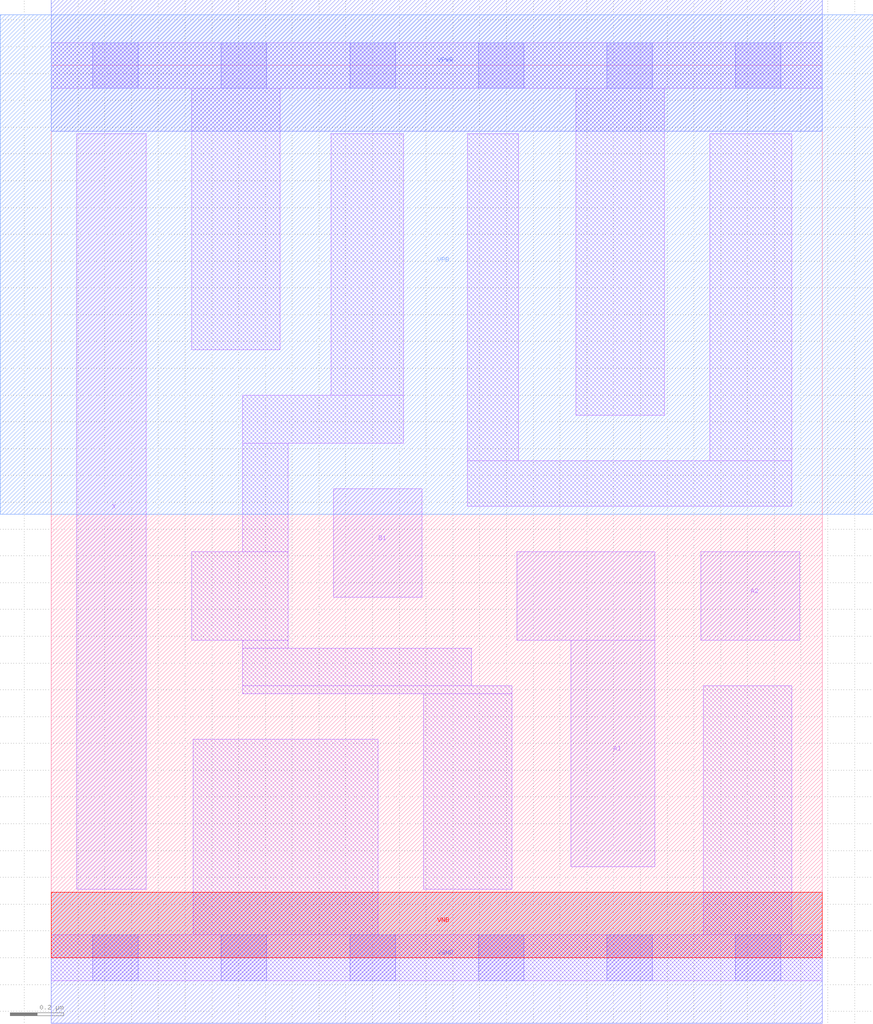
<source format=lef>
# Copyright 2020 The SkyWater PDK Authors
#
# Licensed under the Apache License, Version 2.0 (the "License");
# you may not use this file except in compliance with the License.
# You may obtain a copy of the License at
#
#     https://www.apache.org/licenses/LICENSE-2.0
#
# Unless required by applicable law or agreed to in writing, software
# distributed under the License is distributed on an "AS IS" BASIS,
# WITHOUT WARRANTIES OR CONDITIONS OF ANY KIND, either express or implied.
# See the License for the specific language governing permissions and
# limitations under the License.
#
# SPDX-License-Identifier: Apache-2.0

VERSION 5.7 ;
  NOWIREEXTENSIONATPIN ON ;
  DIVIDERCHAR "/" ;
  BUSBITCHARS "[]" ;
MACRO sky130_fd_sc_lp__a21o_1
  CLASS CORE ;
  FOREIGN sky130_fd_sc_lp__a21o_1 ;
  ORIGIN  0.000000  0.000000 ;
  SIZE  2.880000 BY  3.330000 ;
  SYMMETRY X Y R90 ;
  SITE unit ;
  PIN A1
    ANTENNAGATEAREA  0.315000 ;
    DIRECTION INPUT ;
    USE SIGNAL ;
    PORT
      LAYER li1 ;
        RECT 1.740000 1.185000 2.255000 1.515000 ;
        RECT 1.940000 0.340000 2.255000 1.185000 ;
    END
  END A1
  PIN A2
    ANTENNAGATEAREA  0.315000 ;
    DIRECTION INPUT ;
    USE SIGNAL ;
    PORT
      LAYER li1 ;
        RECT 2.425000 1.185000 2.795000 1.515000 ;
    END
  END A2
  PIN B1
    ANTENNAGATEAREA  0.315000 ;
    DIRECTION INPUT ;
    USE SIGNAL ;
    PORT
      LAYER li1 ;
        RECT 1.055000 1.345000 1.385000 1.750000 ;
    END
  END B1
  PIN X
    ANTENNADIFFAREA  0.556500 ;
    DIRECTION OUTPUT ;
    USE SIGNAL ;
    PORT
      LAYER li1 ;
        RECT 0.095000 0.255000 0.355000 3.075000 ;
    END
  END X
  PIN VGND
    DIRECTION INOUT ;
    USE GROUND ;
    PORT
      LAYER met1 ;
        RECT 0.000000 -0.245000 2.880000 0.245000 ;
    END
  END VGND
  PIN VNB
    DIRECTION INOUT ;
    USE GROUND ;
    PORT
      LAYER pwell ;
        RECT 0.000000 0.000000 2.880000 0.245000 ;
    END
  END VNB
  PIN VPB
    DIRECTION INOUT ;
    USE POWER ;
    PORT
      LAYER nwell ;
        RECT -0.190000 1.655000 3.070000 3.520000 ;
    END
  END VPB
  PIN VPWR
    DIRECTION INOUT ;
    USE POWER ;
    PORT
      LAYER met1 ;
        RECT 0.000000 3.085000 2.880000 3.575000 ;
    END
  END VPWR
  OBS
    LAYER li1 ;
      RECT 0.000000 -0.085000 2.880000 0.085000 ;
      RECT 0.000000  3.245000 2.880000 3.415000 ;
      RECT 0.525000  1.185000 0.885000 1.515000 ;
      RECT 0.525000  2.270000 0.855000 3.245000 ;
      RECT 0.530000  0.085000 1.220000 0.815000 ;
      RECT 0.715000  0.985000 1.720000 1.015000 ;
      RECT 0.715000  1.015000 1.570000 1.155000 ;
      RECT 0.715000  1.155000 0.885000 1.185000 ;
      RECT 0.715000  1.515000 0.885000 1.920000 ;
      RECT 0.715000  1.920000 1.315000 2.100000 ;
      RECT 1.045000  2.100000 1.315000 3.075000 ;
      RECT 1.390000  0.255000 1.720000 0.985000 ;
      RECT 1.555000  1.685000 2.765000 1.855000 ;
      RECT 1.555000  1.855000 1.745000 3.075000 ;
      RECT 1.960000  2.025000 2.290000 3.245000 ;
      RECT 2.435000  0.085000 2.765000 1.015000 ;
      RECT 2.460000  1.855000 2.765000 3.075000 ;
    LAYER mcon ;
      RECT 0.155000 -0.085000 0.325000 0.085000 ;
      RECT 0.155000  3.245000 0.325000 3.415000 ;
      RECT 0.635000 -0.085000 0.805000 0.085000 ;
      RECT 0.635000  3.245000 0.805000 3.415000 ;
      RECT 1.115000 -0.085000 1.285000 0.085000 ;
      RECT 1.115000  3.245000 1.285000 3.415000 ;
      RECT 1.595000 -0.085000 1.765000 0.085000 ;
      RECT 1.595000  3.245000 1.765000 3.415000 ;
      RECT 2.075000 -0.085000 2.245000 0.085000 ;
      RECT 2.075000  3.245000 2.245000 3.415000 ;
      RECT 2.555000 -0.085000 2.725000 0.085000 ;
      RECT 2.555000  3.245000 2.725000 3.415000 ;
  END
END sky130_fd_sc_lp__a21o_1
END LIBRARY

</source>
